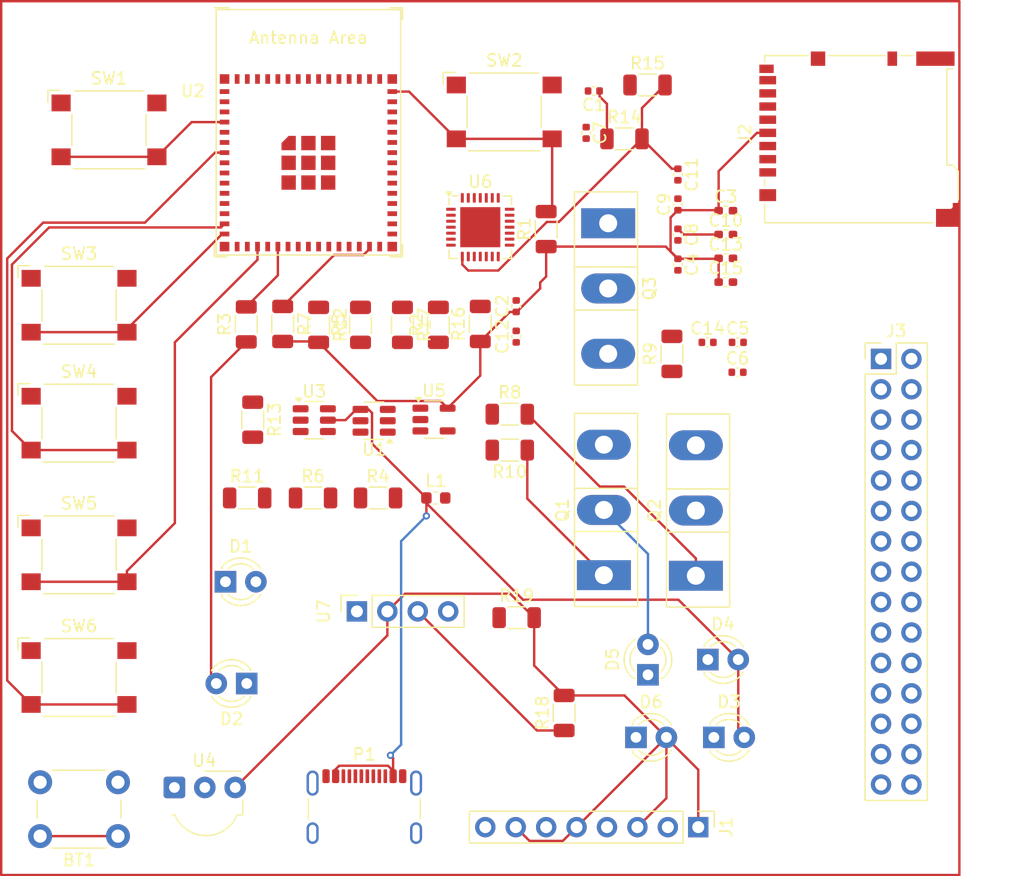
<source format=kicad_pcb>
(kicad_pcb (version 20240108) (generator "pcbnew") (generator_version "8.0")
  (layers (0 "F.Cu" signal) (1 "In1.Cu" signal) (2 "In2.Cu" signal) (31 "B.Cu" signal) (34 "B.Paste" user) (35 "F.Paste" user) (36 "B.SilkS" user "B.Silkscreen") (37 "F.SilkS" user "F.Silkscreen") (38 "B.Mask" user) (39 "F.Mask" user) (44 "Edge.Cuts" user))
  (net 0 "")
  (net 1 "+BATT")
  (net 2 "GND")
  (net 3 "VBUS")
  (net 4 "+3V3")
  (net 5 "VBUS FILT")
  (net 6 "Net-(U6-VBUS)")
  (net 7 "Net-(U5-BP)")
  (net 8 "Net-(U6-VDD)")
  (net 9 "Net-(D1-A)")
  (net 10 "Net-(D2-A)")
  (net 11 "Net-(D3-K)")
  (net 12 "Net-(D4-K)")
  (net 13 "Net-(D5-A)")
  (net 14 "Net-(D6-K)")
  (net 15 "SPI SCK")
  (net 17 "SPI MISO")
  (net 18 "SPI CS")
  (net 20 "SDCARD INT")
  (net 22 "SPI MOSI")
  (net 23 "IO47")
  (net 24 "IO39")
  (net 25 "IO20")
  (net 26 "IO38")
  (net 27 "IO41")
  (net 28 "IO48")
  (net 29 "IO18")
  (net 30 "IO9")
  (net 31 "IO8")
  (net 32 "IO21")
  (net 33 "IO13")
  (net 34 "IO46")
  (net 35 "IO12")
  (net 36 "IO7")
  (net 37 "IO42")
  (net 38 "IO1")
  (net 39 "IO6")
  (net 40 "IO40")
  (net 41 "IO2")
  (net 42 "IO4")
  (net 43 "IO26")
  (net 44 "IO19")
  (net 45 "IO45")
  (net 46 "IO5")
  (net 47 "IO17")
  (net 49 "Net-(P1-D+)")
  (net 50 "Net-(P1-D-)")
  (net 51 "Net-(P1-CC)")
  (net 53 "Net-(P1-VCONN)")
  (net 56 "Net-(Q1-G)")
  (net 57 "Net-(Q1-D)")
  (net 58 "Net-(Q2-B)")
  (net 59 "Net-(Q2-E)")
  (net 60 "EN")
  (net 61 "BOOT")
  (net 62 "Net-(Q3-E)")
  (net 63 "Net-(Q3-B)")
  (net 64 "RST")
  (net 65 "IO15")
  (net 66 "IO16")
  (net 67 "Net-(U1-STDBY)")
  (net 68 "Net-(U1-~{CHRG})")
  (net 69 "Net-(U1-PROG)")
  (net 70 "Net-(U6-~{RST})")
  (net 71 "SCL")
  (net 72 "SDA")
  (net 73 "IO11")
  (net 74 "IO10")
  (net 75 "IO14")
  (net 76 "IO3")
  (net 77 "UART0 TX")
  (net 78 "UART0 RX")
  (net 79 "USB D+")
  (net 80 "USB D-")
  (net 81 "IR_RX")
  (footprint "Button_Switch_SMD:SW_SPST_Omron_B3FS-105xP" (layer "F.Cu") (at 88.5 35.25)
    (property "Reference" "SW2")
    (property "Value" "RST")
  )
  (footprint "Inductor_SMD:L_0603_1608Metric" (layer "F.Cu") (at 82.7875 67.5)
    (property "Reference" "L1")
    (property "Value" "2n2")
  )
  (footprint "Resistor_SMD:R_1206_3216Metric" (layer "F.Cu") (at 86.5 52.9625 90)
    (property "Reference" "R16")
    (property "Value" "1K")
  )
  (footprint "LED_THT:LED_D3.0mm_IRBlack" (layer "F.Cu") (at 67 83 180)
    (property "Reference" "D2")
    (property "Value" "LED")
  )
  (footprint "Resistor_SMD:R_1206_3216Metric" (layer "F.Cu") (at 88.9625 63.5 180)
    (property "Reference" "R10")
    (property "Value" "1k")
  )
  (footprint "Package_TO_SOT_SMD:SOT-23-5" (layer "F.Cu") (at 82.6375 60.95)
    (property "Reference" "U5")
    (property "Value" "SPX3819M5-L-3-3")
  )
  (footprint "Capacitor_SMD:C_0402_1005Metric" (layer "F.Cu") (at 103 45.5 -90)
    (property "Reference" "C8")
    (property "Value" "100n")
  )
  (footprint "Button_Switch_SMD:SW_SPST_Omron_B3FS-105xP" (layer "F.Cu") (at 53 51.4)
    (property "Reference" "SW3")
    (property "Value" "SW_Push")
  )
  (footprint "LED_THT:LED_D3.0mm_IRBlack" (layer "F.Cu") (at 105.5 81)
    (property "Reference" "D4")
    (property "Value" "CHRG")
  )
  (footprint "OptoDevice:Vishay_MOLD-3Pin" (layer "F.Cu") (at 60.96 91.685)
    (property "Reference" "U4")
    (property "Value" "TSDP343xx")
  )
  (footprint "Package_TO_SOT_SMD:SOT-23-6" (layer "F.Cu") (at 72.6375 61)
    (property "Reference" "U3")
    (property "Value" "USBLC6-2SC6")
  )
  (footprint "Resistor_SMD:R_1206_3216Metric" (layer "F.Cu") (at 102.5 55.4625 90)
    (property "Reference" "R9")
    (property "Value" "10K")
  )
  (footprint "Resistor_SMD:R_1206_3216Metric" (layer "F.Cu") (at 67.5 60.9625 -90)
    (property "Reference" "R13")
    (property "Value" "5k1")
  )
  (footprint "Resistor_SMD:R_1206_3216Metric" (layer "F.Cu") (at 98.5375 37.5)
    (property "Reference" "R14")
    (property "Value" "22K1")
  )
  (footprint "Package_TO_SOT_THT:TO-247-3_Vertical" (layer "F.Cu") (at 97.18 44.55 -90)
    (property "Reference" "Q3")
    (property "Value" "SS8050")
  )
  (footprint "Package_TO_SOT_THT:TO-247-3_Vertical" (layer "F.Cu") (at 96.82 73.95 90)
    (property "Reference" "Q1")
    (property "Value" "AO3400A")
  )
  (footprint "Resistor_SMD:R_1206_3216Metric" (layer "F.Cu") (at 92 45.0375 90)
    (property "Reference" "R1")
    (property "Value" "1K")
  )
  (footprint "Resistor_SMD:R_1206_3216Metric" (layer "F.Cu") (at 93.5 85.4625 90)
    (property "Reference" "R18")
    (property "Value" "4k7")
  )
  (footprint "Button_Switch_SMD:SW_SPST_Omron_B3FS-105xP" (layer "F.Cu") (at 53 61.25)
    (property "Reference" "SW4")
    (property "Value" "SW_Push")
  )
  (footprint "Capacitor_SMD:C_0402_1005Metric" (layer "F.Cu") (at 105.48 54.5)
    (property "Reference" "C14")
    (property "Value" "0.1u")
  )
  (footprint "Capacitor_SMD:C_0402_1005Metric" (layer "F.Cu") (at 89.5 54.02 90)
    (property "Reference" "C12")
    (property "Value" "100n")
  )
  (footprint "Button_Switch_THT:SW_PUSH_6mm" (layer "F.Cu") (at 56.25 95.75 180)
    (property "Reference" "BT1")
    (property "Value" "Battery_Cell")
  )
  (footprint "Resistor_SMD:R_1206_3216Metric" (layer "F.Cu") (at 89.5375 77.5)
    (property "Reference" "R19")
    (property "Value" "4k7")
  )
  (footprint "Capacitor_SMD:C_0402_1005Metric" (layer "F.Cu") (at 103 40.48 -90)
    (property "Reference" "C11")
    (property "Value" "1u")
  )
  (footprint "Package_TO_SOT_THT:TO-247-3_Vertical" (layer "F.Cu") (at 104.5 74 90)
    (property "Reference" "Q2")
    (property "Value" "SS8050")
  )
  (footprint "Resistor_SMD:R_1206_3216Metric" (layer "F.Cu") (at 83 53.0375 90)
    (property "Reference" "R2")
    (property "Value" "1K")
  )
  (footprint "Resistor_SMD:R_1206_3216Metric" (layer "F.Cu") (at 88.9625 60.5)
    (property "Reference" "R8")
    (property "Value" "10K")
  )
  (footprint "Capacitor_SMD:C_0402_1005Metric" (layer "F.Cu") (at 108 54.5)
    (property "Reference" "C5")
    (property "Value" "100n")
  )
  (footprint "LED_THT:LED_D3.0mm_IRBlack" (layer "F.Cu") (at 100.5 82.275 90)
    (property "Reference" "D5")
    (property "Value" "IR204A")
  )
  (footprint "Connector_USB:USB_C_Receptacle_GCT_USB4105-xx-A_16P_TopMnt_Horizontal" (layer "F.Cu") (at 76.82 94.425)
    (property "Reference" "P1")
    (property "Value" "USB_C_Plug_USB2.0")
  )
  (footprint "Connector_Card:microSD_HC_Hirose_DM3BT-DSF-PEJS" (layer "F.Cu") (at 118.125 37.525 90)
    (property "Reference" "J2")
    (property "Value" "Micro_SD_Card_Det2")
  )
  (footprint "Connector_PinHeader_2.54mm:PinHeader_2x15_P2.54mm_Vertical" (layer "F.Cu") (at 119.96 55.88)
    (property "Reference" "J3")
    (property "Value" "Conn_02x15_Top_Bottom")
  )
  (footprint "LED_THT:LED_D3.0mm_IRBlack" (layer "F.Cu") (at 65.225 74.5)
    (property "Reference" "D1")
    (property "Value" "LED")
  )
  (footprint "Capacitor_SMD:C_0402_1005Metric" (layer "F.Cu") (at 89.5 51.48 90)
    (property "Reference" "C2")
    (property "Value" "100n")
  )
  (footprint "Resistor_SMD:R_1206_3216Metric" (layer "F.Cu") (at 100.4625 33)
    (property "Reference" "R15")
    (property "Value" "47K5")
  )
  (footprint "Resistor_SMD:R_0402_1005Metric_Pad0.72x0.64mm_HandSolder" (layer "F.Cu") (at 107 49.47)
    (property "Reference" "C15")
    (property "Value" "10u")
  )
  (footprint "Resistor_SMD:R_0402_1005Metric_Pad0.72x0.64mm_HandSolder" (layer "F.Cu") (at 107 47.48)
    (property "Reference" "C13")
    (property "Value" "10u")
  )
  (footprint "Package_TO_SOT_SMD:TSOT-23-6" (layer "F.Cu") (at 77.6375 61.05 180)
    (property "Reference" "U1")
    (property "Value" "TP4057")
  )
  (footprint "PCM_Espressif:ESP32-S3-MINI-1" (layer "F.Cu") (at 72.15 39.5)
    (property "Reference" "U2")
    (property "Value" "ESP32-S3-MINI-1")
  )
  (footprint "Resistor_SMD:R_0402_1005Metric_Pad0.72x0.64mm_HandSolder" (layer "F.Cu") (at 107 45.49)
    (property "Reference" "C10")
    (property "Value" "10u")
  )
  (footprint "Capacitor_SMD:C_0402_1005Metric" (layer "F.Cu") (at 95.98 33.5 180)
    (property "Reference" "C1")
    (property "Value" "10uF")
  )
  (footprint "Resistor_SMD:R_1206_3216Metric" (layer "F.Cu") (at 73 53.0375 -90)
    (property "Reference" "R12")
    (property "Value" "33")
  )
  (footprint "Resistor_SMD:R_1206_3216Metric" (layer "F.Cu") (at 80 53.0375 -90)
    (property "Reference" "R17")
    (property "Value" "5k1")
  )
  (footprint "Connector_PinHeader_2.54mm:PinHeader_1x08_P2.54mm_Vertical" (layer "F.Cu") (at 104.7 95 -90)
    (property "Reference" "J1")
    (property "Value" "Conn_01x08")
  )
  (footprint "Resistor_SMD:R_1206_3216Metric" (layer "F.Cu") (at 77.9625 67.5)
    (property "Reference" "R4")
    (property "Value" "1k")
  )
  (footprint "Capacitor_SMD:C_0402_1005Metric" (layer "F.Cu") (at 107.98 57)
    (property "Reference" "C6")
    (property "Value" "100n")
  )
  (footprint "Resistor_SMD:R_1206_3216Metric" (layer "F.Cu") (at 72.5375 67.5)
    (property "Reference" "R6")
    (property "Value" "1k")
  )
  (footprint "Resistor_SMD:R_1206_3216Metric" (layer "F.Cu") (at 67.0375 67.5)
    (property "Reference" "R11")
    (property "Value" "5k1")
  )
  (footprint "Resistor_SMD:R_0402_1005Metric_Pad0.72x0.64mm_HandSolder" (layer "F.Cu") (at 107 43.5)
    (property "Reference" "C3")
    (property "Value" "10u")
  )
  (footprint "LED_THT:LED_D3.0mm_IRBlack" (layer "F.Cu") (at 106 87.5)
    (property "Reference" "D3")
    (property "Value" "STBY")
  )
  (footprint "Package_DFN_QFN:QFN-28-1EP_5x5mm_P0.5mm_EP3.35x3.35mm" (layer "F.Cu") (at 86.5 44.88)
    (property "Reference" "U6")
    (property "Value" "CP2102N-Axx-xQFN28")
  )
  (footprint "Resistor_SMD:R_1206_3216Metric" (layer "F.Cu") (at 70 52.9625 -90)
    (property "Reference" "R7")
    (property "Value" "5k1")
  )
  (footprint "Button_Switch_SMD:SW_SPST_Omron_B3FS-105xP" (layer "F.Cu") (at 53 72.25)
    (property "Reference" "SW5")
    (property "Value" "SW_Push")
  )
  (footprint "Button_Switch_SMD:SW_SPST_Omron_B3FS-105xP" (layer "F.Cu") (at 53 82.5)
    (property "Reference" "SW6")
    (property "Value" "SW_Push")
  )
  (footprint "Button_Switch_SMD:SW_SPST_Omron_B3FS-105xP" (layer "F.Cu") (at 55.5 36.75)
    (property "Reference" "SW1")
    (property "Value" "BOOT")
  )
  (footprint "Resistor_SMD:R_1206_3216Metric" (layer "F.Cu") (at 76.5 53.0375 90)
    (property "Reference" "R5")
    (property "Value" "1k")
  )
  (footprint "Capacitor_SMD:C_0402_1005Metric" (layer "F.Cu") (at 103 42.98 90)
    (property "Reference" "C9")
    (property "Value" "2.2u")
  )
  (footprint "Capacitor_SMD:C_0402_1005Metric" (layer "F.Cu") (at 103 48 -90)
    (property "Reference" "C4")
    (property "Value" "100n")
  )
  (footprint "Resistor_SMD:R_1206_3216Metric" (layer "F.Cu") (at 66.9625 53 90)
    (property "Reference" "R3")
    (property "Value" "1K")
  )
  (footprint "Connector_PinSocket_2.54mm:PinSocket_1x04_P2.54mm_Vertical" (layer "F.Cu") (at 76.2 76.975 90)
    (property "Reference" "U7")
    (property "Value" "DM-OLED096-636")
  )
  (footprint "LED_THT:LED_D3.0mm_IRBlack" (layer "F.Cu") (at 99.5 87.5)
    (property "Reference" "D6")
    (property "Value" "PWRLED")
  )
  (footprint "Capacitor_SMD:C_0402_1005Metric" (layer "F.Cu") (at 95.34 37 -90)
    (property "Reference" "C7")
    (property "Value" "100n")
  )
  (gr_rect (start 46.5 26) (end 126.5 99) (stroke (width 0.2)) (fill none) (layer "F.Cu") (net 2))
  (segment (start 49.75 95.75) (end 56.25 95.75) (width 0.2) (layer "F.Cu") (net 1))
  (segment (start 82 67.5) (end 82 69) (width 0.2) (layer "F.Cu") (net 3))
  (segment (start 96.54 33.42) (end 96.46 33.5) (width 0.2) (layer "F.Cu") (net 3))
  (segment (start 108.04 81) (end 103.04 76) (width 0.2) (layer "F.Cu") (net 3))
  (segment (start 108.04 81) (end 108.04 87) (width 0.2) (layer "F.Cu") (net 3))
  (segment (start 76.146948 60.1) (end 76.5 60.1) (width 0.2) (layer "F.Cu") (net 3))
  (segment (start 79.22 90.745) (end 79.22 89.22) (width 0.2) (layer "F.Cu") (net 3))
  (segment (start 75.246948 61) (end 76.146948 60.1) (width 0.2) (layer "F.Cu") (net 3))
  (segment (start 103.04 76) (end 90.065686 76) (width 0.2) (layer "F.Cu") (net 3))
  (segment (start 77.162499 60.1) (end 76.5 60.1) (width 0.2) (layer "F.Cu") (net 3))
  (segment (start 77.4625 62.9625) (end 77.4625 60.400001) (width 0.2) (layer "F.Cu") (net 3))
  (segment (start 74.42 90.170001) (end 74.42 90.745) (width 0.2) (layer "F.Cu") (net 3))
  (segment (start 82 67.5) (end 77.4625 62.9625) (width 0.2) (layer "F.Cu") (net 3))
  (segment (start 73.775 61) (end 75.246948 61) (width 0.2) (layer "F.Cu") (net 3))
  (segment (start 79.22 89.22) (end 79 89) (width 0.2) (layer "F.Cu") (net 3))
  (segment (start 78.80241 89.87) (end 74.720001 89.87) (width 0.2) (layer "F.Cu") (net 3))
  (segment (start 96.46 33.96) (end 97.075 34.575) (width 0.2) (layer "F.Cu") (net 3))
  (segment (start 97.075 34.575) (end 97.075 37.5) (width 0.2) (layer "F.Cu") (net 3))
  (segment (start 108.04 87) (end 108.54 87.5) (width 0.2) (layer "F.Cu") (net 3))
  (segment (start 96.46 33.5) (end 96.46 33.96) (width 0.2) (layer "F.Cu") (net 3))
  (segment (start 82 67.934314) (end 82 67.5) (width 0.2) (layer "F.Cu") (net 3))
  (segment (start 90.065686 76) (end 82 67.934314) (width 0.2) (layer "F.Cu") (net 3))
  (segment (start 74.720001 89.87) (end 74.42 90.170001) (width 0.2) (layer "F.Cu") (net 3))
  (segment (start 77.4625 60.400001) (end 77.162499 60.1) (width 0.2) (layer "F.Cu") (net 3))
  (segment (start 79.22 90.28759) (end 78.80241 89.87) (width 0.2) (layer "F.Cu") (net 3))
  (segment (start 79.22 90.745) (end 79.22 90.28759) (width 0.2) (layer "F.Cu") (net 3))
  (via (at 79 89) (size 0.6) (drill 0.3) (layers "F.Cu" "B.Cu") (net 3))
  (via (at 82 69) (size 0.6) (drill 0.3) (layers "F.Cu" "B.Cu") (net 3))
  (segment (start 82 69) (end 79.89 71.11) (width 0.2) (layer "B.Cu") (net 3))
  (segment (start 79.89 88.11) (end 79 89) (width 0.2) (layer "B.Cu") (net 3))
  (segment (start 79.89 71.11) (end 79.89 88.11) (width 0.2) (layer "B.Cu") (net 3))
  (segment (start 73 54.5) (end 77.9 59.4) (width 0.2) (layer "F.Cu") (net 4))
  (segment (start 83.775 60) (end 86.5 57.275) (width 0.2) (layer "F.Cu") (net 4))
  (segment (start 102.04 87.5) (end 102.04 87.54) (width 0.2) (layer "F.Cu") (net 4))
  (segment (start 94.54 95) (end 93.39 96.15) (width 0.2) (layer "F.Cu") (net 4))
  (segment (start 93.5 84) (end 91 81.5) (width 0.2) (layer "F.Cu") (net 4))
  (segment (start 102.04 87.5) (end 102.04 92.58) (width 0.2) (layer "F.Cu") (net 4))
  (segment (start 102.39 46.91) (end 103 47.52) (width 0.2) (layer "F.Cu") (net 4))
  (segment (start 92 49) (end 92 46.5) (width 0.2) (layer "F.Cu") (net 4))
  (segment (start 106.4025 47.48) (end 106.4025 49.47) (width 0.2) (layer "F.Cu") (net 4))
  (segment (start 93.5 84) (end 98.54 84) (width 0.2) (layer "F.Cu") (net 4))
  (segment (start 77.9 59.4) (end 83.175 59.4) (width 0.2) (layer "F.Cu") (net 4))
  (segment (start 88.965 51.96) (end 89.5 51.96) (width 0.2) (layer "F.Cu") (net 4))
  (segment (start 101.98 46.5) (end 103 47.52) (width 0.2) (layer "F.Cu") (net 4))
  (segment (start 92 46.5) (end 101.98 46.5) (width 0.2) (layer "F.Cu") (net 4))
  (segment (start 102.04 92.58) (end 99.62 95) (width 0.2) (layer "F.Cu") (net 4))
  (segment (start 78.74 78.985) (end 66.04 91.685) (width 0.2) (layer "F.Cu") (net 4))
  (segment (start 89.5 51.96) (end 89.54 51.96) (width 0.2) (layer "F.Cu") (net 4))
  (segment (start 72.925 54.425) (end 73 54.5) (width 0.2) (layer "F.Cu") (net 4))
  (segment (start 78.74 76.975) (end 78.74 78.985) (width 0.2) (layer "F.Cu") (net 4))
  (segment (start 86.5 54.425) (end 88.965 51.96) (width 0.2) (layer "F.Cu") (net 4))
  (segment (start 109.6 37) (end 110.5 37) (width 0.2) (layer "F.Cu") (net 4))
  (segment (start 90.61 96.15) (end 89.46 95) (width 0.2) (layer "F.Cu") (net 4))
  (segment (start 102.04 87.54) (end 104.7 90.2) (width 0.2) (layer "F.Cu") (net 4))
  (segment (start 89.54 51.96) (end 91.5 50) (width 0.2) (layer "F.Cu") (net 4))
  (segment (start 91.5 49.5) (end 92 49) (width 0.2) (layer "F.Cu") (net 4))
  (segment (start 93.39 96.15) (end 90.61 96.15) (width 0.2) (layer "F.Cu") (net 4))
  (segment (start 70 54.425) (end 72.925 54.425) (width 0.2) (layer "F.Cu") (net 4))
  (segment (start 91 77.5) (end 89 75.5) (width 0.2) (layer "F.Cu") (net 4))
  (segment (start 103 43.46) (end 106.3625 43.46) (width 0.2) (layer "F.Cu") (net 4))
  (segment (start 83.175 59.4) (end 83.775 60) (width 0.2) (layer "F.Cu") (net 4))
  (segment (start 106.3625 43.46) (end 106.4025 43.5) (width 0.2) (layer "F.Cu") (net 4))
  (segment (start 89 75.5) (end 80.215 75.5) (width 0.2) (layer "F.Cu") (net 4))
  (segment (start 86.5 57.275) (end 86.5 54.425) (width 0.2) (layer "F.Cu") (net 4))
  (segment (start 102.04 87.5) (end 94.54 95) (width 0.2) (layer "F.Cu") (net 4))
  (segment (start 106.4025 43.5) (end 106.4025 40.1975) (width 0.2) (layer "F.Cu") (net 4))
  (segment (start 106.3625 47.52) (end 106.4025 47.48) (width 0.2) (layer "F.Cu") (net 4))
  (segment (start 103 43.46) (end 102.39 44.07) (width 0.2) (layer "F.Cu") (net 4))
  (segment (start 98.54 84) (end 102.04 87.5) (width 0.2) (layer "F.Cu") (net 4))
  (segment (start 103 47.52) (end 106.3625 47.52) (width 0.2) (layer "F.Cu") (net 4))
  (segment (start 104.7 90.2) (end 104.7 95) (width 0.2) (layer "F.Cu") (net 4))
  (segment (start 91.5 50) (end 91.5 49.5) (width 0.2) (layer "F.Cu") (net 4))
  (segment (start 106.4025 40.1975) (end 109.6 37) (width 0.2) (layer "F.Cu") (net 4))
  (segment (start 91 81.5) (end 91 77.5) (width 0.2) (layer "F.Cu") (net 4))
  (segment (start 80.215 75.5) (end 78.74 76.975) (width 0.2) (layer "F.Cu") (net 4))
  (segment (start 102.39 44.07) (end 102.39 46.91) (width 0.2) (layer "F.Cu") (net 4))
  (segment (start 103.47 45.49) (end 103 45.02) (width 0.2) (layer "F.Cu") (net 5))
  (segment (start 106.4025 45.49) (end 103.47 45.49) (width 0.2) (layer "F.Cu") (net 5))
  (segment (start 93.0625 44.4375) (end 92.0625 44.4375) (width 0.2) (layer "F.Cu") (net 6))
  (segment (start 100 37.5) (end 100 34.925) (width 0.2) (layer "F.Cu") (net 6))
  (segment (start 92.0625 44.4375) (end 88 48.5) (width 0.2) (layer "F.Cu") (net 6))
  (segment (start 85 48) (end 85 47.33) (width 0.2) (layer "F.Cu") (net 6))
  (segment (start 100 37.5) (end 93.0625 44.4375) (width 0.2) (layer "F.Cu") (net 6))
  (segment (start 88 48.5) (end 85.5 48.5) (width 0.2) (layer "F.Cu") (net 6))
  (segment (start 102.5 40) (end 103 40) (width 0.2) (layer "F.Cu") (net 6))
  (segment (start 100 34.925) (end 101.925 33) (width 0.2) (layer "F.Cu") (net 6))
  (segment (start 100 37.5) (end 102.5 40) (width 0.2) (layer "F.Cu") (net 6))
  (segment (start 85.5 48.5) (end 85 48) (width 0.2) (layer "F.Cu") (net 6))
  (segment (start 64.025 82.565) (end 64.46 83) (width 0.2) (layer "F.Cu") (net 10))
  (segment (start 64.025 57.4) (end 64.025 82.565) (width 0.2) (layer "F.Cu") (net 10))
  (segment (start 66.9625 54.4625) (end 64.025 57.4) (width 0.2) (layer "F.Cu") (net 10))
  (segment (start 100.5 72.18) (end 96.82 68.5) (width 0.2) (layer "B.Cu") (net 13))
  (segment (start 100.5 79.735) (end 100.5 72.18) (width 0.2) (layer "B.Cu") (net 13))
  (segment (start 74.3 47.2) (end 76.75 47.2) (width 0.2) (layer "F.Cu") (net 18))
  (segment (start 70 51.5) (end 74.3 47.2) (width 0.2) (layer "F.Cu") (net 18))
  (segment (start 76.75 47.2) (end 77.25 46.7) (width 0.2) (layer "F.Cu") (net 18))
  (segment (start 77.25 46.7) (end 77.25 46.5) (width 0.2) (layer "F.Cu") (net 18))
  (segment (start 90.425 63.5) (end 90.425 67.555) (width 0.2) (layer "F.Cu") (net 56))
  (segment (start 90.425 67.555) (end 96.82 73.95) (width 0.2) (layer "F.Cu") (net 56))
  (segment (start 104.5 72.55) (end 98.5 66.55) (width 0.2) (layer "F.Cu") (net 58))
  (segment (start 98.5 66.55) (end 96.475 66.55) (width 0.2) (layer "F.Cu") (net 58))
  (segment (start 96.475 66.55) (end 90.425 60.5) (width 0.2) (layer "F.Cu") (net 58))
  (segment (start 104.5 74) (end 104.5 72.55) (width 0.2) (layer "F.Cu") (net 58))
  (segment (start 51.5 39) (end 59.5 39) (width 0.2) (layer "F.Cu") (net 61))
  (segment (start 59.5 39) (end 62.4 36.1) (width 0.2) (layer "F.Cu") (net 61))
  (segment (start 62.4 36.1) (end 65.15 36.1) (width 0.2) (layer "F.Cu") (net 61))
  (segment (start 84.5 37.5) (end 80.55 33.55) (width 0.2) (layer "F.Cu") (net 64))
  (segment (start 92.5 37.5) (end 92.5 43.075) (width 0.2) (layer "F.Cu") (net 64))
  (segment (start 80.55 33.55) (end 79.15 33.55) (width 0.2) (layer "F.Cu") (net 64))
  (segment (start 84.5 37.5) (end 92.5 37.5) (width 0.2) (layer "F.Cu") (net 64))
  (segment (start 92.5 43.075) (end 92 43.575) (width 0.2) (layer "F.Cu") (net 64))
  (segment (start 66.9625 51.5375) (end 69.6 48.9) (width 0.2) (layer "F.Cu") (net 66))
  (segment (start 69.6 48.9) (end 69.6 46.5) (width 0.2) (layer "F.Cu") (net 66))
  (segment (start 93.5 86.925) (end 91.23 86.925) (width 0.2) (layer "F.Cu") (net 71))
  (segment (start 91.23 86.925) (end 81.28 76.975) (width 0.2) (layer "F.Cu") (net 71))
  (segment (start 49 53.65) (end 57 53.65) (width 0.2) (layer "F.Cu") (net 73))
  (segment (start 57 53.4) (end 64.95 45.45) (width 0.2) (layer "F.Cu") (net 73))
  (segment (start 57 53.65) (end 57 53.4) (width 0.2) (layer "F.Cu") (net 73))
  (segment (start 64.95 45.45) (end 65.15 45.45) (width 0.2) (layer "F.Cu") (net 73))
  (segment (start 49 63.5) (end 47.4 61.9) (width 0.2) (layer "F.Cu") (net 74))
  (segment (start 49 63.5) (end 57 63.5) (width 0.2) (layer "F.Cu") (net 74))
  (segment (start 50.5 44.9) (end 64.85 44.9) (width 0.2) (layer "F.Cu") (net 74))
  (segment (start 47.4 48) (end 50.5 44.9) (width 0.2) (layer "F.Cu") (net 74))
  (segment (start 64.85 44.9) (end 65.15 44.6) (width 0.2) (layer "F.Cu") (net 74))
  (segment (start 47.4 61.9) (end 47.4 48) (width 0.2) (layer "F.Cu") (net 74))
  (segment (start 61 69.6) (end 61 54.5) (width 0.2) (layer "F.Cu") (net 75))
  (segment (start 67.9 47.6) (end 67.9 46.5) (width 0.2) (layer "F.Cu") (net 75))
  (segment (start 57 74.5) (end 57 73.6) (width 0.2) (layer "F.Cu") (net 75))
  (segment (start 49 74.5) (end 57 74.5) (width 0.2) (layer "F.Cu") (net 75))
  (segment (start 61 54.5) (end 67.9 47.6) (width 0.2) (layer "F.Cu") (net 75))
  (segment (start 57 73.6) (end 61 69.6) (width 0.2) (layer "F.Cu") (net 75))
  (segment (start 49 84.75) (end 57 84.75) (width 0.2) (layer "F.Cu") (net 76))
  (segment (start 64.35 38.65) (end 65.15 38.65) (width 0.2) (layer "F.Cu") (net 76))
  (segment (start 47 82.75) (end 47 47.5) (width 0.2) (layer "F.Cu") (net 76))
  (segment (start 58.5 44.5) (end 64.35 38.65) (width 0.2) (layer "F.Cu") (net 76))
  (segment (start 50 44.5) (end 58.5 44.5) (width 0.2) (layer "F.Cu") (net 76))
  (segment (start 49 84.75) (end 47 82.75) (width 0.2) (layer "F.Cu") (net 76))
  (segment (start 47 47.5) (end 50 44.5) (width 0.2) (layer "F.Cu") (net 76))
)
</source>
